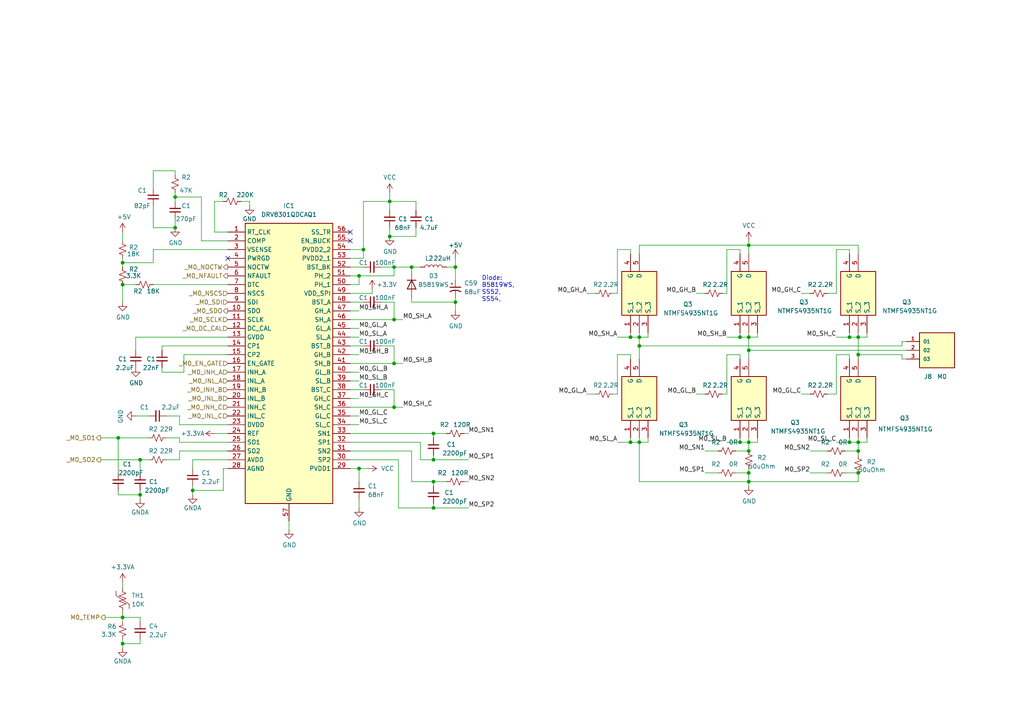
<source format=kicad_sch>
(kicad_sch (version 20230121) (generator eeschema)
  (paper "A4")
  (junction (at 35.56 179.07))
  (junction (at 217.17 139.7))
  (junction (at 217.17 71.12))
  (junction (at 248.92 128.27))
  (junction (at 185.42 100.33))
  (junction (at 104.14 80.01))
  (junction (at 113.03 68.58))
  (junction (at 125.73 125.73))
  (junction (at 217.17 137.16))
  (junction (at 246.38 97.79))
  (junction (at 35.56 82.55))
  (junction (at 105.41 72.39))
  (junction (at 119.38 77.47))
  (junction (at 125.73 133.35))
  (junction (at 248.92 137.16))
  (junction (at 185.42 97.79))
  (junction (at 125.73 147.32))
  (junction (at 125.73 139.7))
  (junction (at 214.63 97.79))
  (junction (at 35.56 76.2))
  (junction (at 182.88 97.79))
  (junction (at 214.63 128.27))
  (junction (at 246.38 128.27))
  (junction (at 104.14 135.89))
  (junction (at 132.08 87.63))
  (junction (at 113.03 58.42))
  (junction (at 248.92 102.87))
  (junction (at 248.92 97.79))
  (junction (at 50.8 57.15))
  (junction (at 40.64 143.51))
  (junction (at 114.3 77.47))
  (junction (at 114.3 92.71))
  (junction (at 40.64 133.35))
  (junction (at 217.17 101.6))
  (junction (at 248.92 130.81))
  (junction (at 132.08 77.47))
  (junction (at 55.88 142.24))
  (junction (at 182.88 128.27))
  (junction (at 35.56 186.69))
  (junction (at 217.17 97.79))
  (junction (at 50.8 66.04))
  (junction (at 114.3 118.11))
  (junction (at 114.3 105.41))
  (junction (at 217.17 130.81))
  (junction (at 185.42 128.27))
  (junction (at 34.29 127))
  (junction (at 217.17 128.27))
  (no_connect (at 66.04 74.93))
  (no_connect (at 101.6 67.31))
  (no_connect (at 101.6 69.85))
  (wire (pts (xy 48.26 127) (xy 52.07 127)))
  (wire (pts (xy 240.03 114.3) (xy 242.57 114.3)))
  (wire (pts (xy 217.17 140.97) (xy 217.17 139.7)))
  (wire (pts (xy 62.23 58.42) (xy 64.77 58.42)))
  (wire (pts (xy 185.42 96.52) (xy 185.42 97.79)))
  (wire (pts (xy 120.65 68.58) (xy 120.65 66.04)))
  (wire (pts (xy 182.88 96.52) (xy 182.88 97.79)))
  (wire (pts (xy 119.38 87.63) (xy 132.08 87.63)))
  (wire (pts (xy 248.92 128.27) (xy 248.92 130.81)))
  (wire (pts (xy 179.07 85.09) (xy 179.07 72.39)))
  (wire (pts (xy 113.03 58.42) (xy 120.65 58.42)))
  (wire (pts (xy 135.89 139.7) (xy 134.62 139.7)))
  (wire (pts (xy 52.07 123.19) (xy 66.04 123.19)))
  (wire (pts (xy 185.42 128.27) (xy 187.96 128.27)))
  (wire (pts (xy 35.56 67.31) (xy 35.56 69.85)))
  (wire (pts (xy 177.8 85.09) (xy 179.07 85.09)))
  (wire (pts (xy 242.57 85.09) (xy 242.57 72.39)))
  (wire (pts (xy 179.07 128.27) (xy 182.88 128.27)))
  (wire (pts (xy 104.14 110.49) (xy 101.6 110.49)))
  (wire (pts (xy 52.07 130.81) (xy 52.07 133.35)))
  (wire (pts (xy 113.03 68.58) (xy 120.65 68.58)))
  (wire (pts (xy 119.38 130.81) (xy 119.38 139.7)))
  (wire (pts (xy 58.42 57.15) (xy 58.42 69.85)))
  (wire (pts (xy 44.45 66.04) (xy 50.8 66.04)))
  (wire (pts (xy 55.88 135.89) (xy 55.88 133.35)))
  (wire (pts (xy 209.55 114.3) (xy 210.82 114.3)))
  (wire (pts (xy 185.42 128.27) (xy 185.42 139.7)))
  (wire (pts (xy 114.3 87.63) (xy 114.3 92.71)))
  (wire (pts (xy 113.03 58.42) (xy 105.41 58.42)))
  (wire (pts (xy 213.36 137.16) (xy 217.17 137.16)))
  (wire (pts (xy 105.41 58.42) (xy 105.41 72.39)))
  (wire (pts (xy 242.57 72.39) (xy 246.38 72.39)))
  (wire (pts (xy 248.92 127) (xy 248.92 128.27)))
  (wire (pts (xy 29.21 133.35) (xy 40.64 133.35)))
  (wire (pts (xy 115.57 133.35) (xy 115.57 147.32)))
  (wire (pts (xy 179.07 72.39) (xy 182.88 72.39)))
  (wire (pts (xy 101.6 87.63) (xy 105.41 87.63)))
  (wire (pts (xy 50.8 57.15) (xy 50.8 58.42)))
  (wire (pts (xy 29.21 127) (xy 34.29 127)))
  (wire (pts (xy 114.3 92.71) (xy 116.84 92.71)))
  (wire (pts (xy 104.14 115.57) (xy 101.6 115.57)))
  (wire (pts (xy 39.37 97.79) (xy 39.37 101.6)))
  (wire (pts (xy 101.6 135.89) (xy 104.14 135.89)))
  (wire (pts (xy 234.95 137.16) (xy 240.03 137.16)))
  (wire (pts (xy 104.14 95.25) (xy 101.6 95.25)))
  (wire (pts (xy 210.82 85.09) (xy 210.82 72.39)))
  (wire (pts (xy 110.49 77.47) (xy 114.3 77.47)))
  (wire (pts (xy 40.64 186.69) (xy 40.64 185.42)))
  (wire (pts (xy 217.17 97.79) (xy 217.17 101.6)))
  (wire (pts (xy 121.92 133.35) (xy 125.73 133.35)))
  (wire (pts (xy 217.17 137.16) (xy 217.17 139.7)))
  (wire (pts (xy 261.62 102.87) (xy 261.62 104.14)))
  (wire (pts (xy 72.39 58.42) (xy 72.39 59.69)))
  (wire (pts (xy 113.03 60.96) (xy 113.03 58.42)))
  (wire (pts (xy 101.6 133.35) (xy 115.57 133.35)))
  (wire (pts (xy 217.17 96.52) (xy 217.17 97.79)))
  (wire (pts (xy 55.88 140.97) (xy 55.88 142.24)))
  (wire (pts (xy 217.17 101.6) (xy 217.17 104.14)))
  (wire (pts (xy 125.73 147.32) (xy 125.73 146.05)))
  (wire (pts (xy 35.56 76.2) (xy 35.56 77.47)))
  (wire (pts (xy 58.42 69.85) (xy 66.04 69.85)))
  (wire (pts (xy 125.73 139.7) (xy 125.73 140.97)))
  (wire (pts (xy 35.56 179.07) (xy 35.56 177.8)))
  (wire (pts (xy 104.14 107.95) (xy 101.6 107.95)))
  (wire (pts (xy 55.88 142.24) (xy 55.88 143.51)))
  (wire (pts (xy 101.6 90.17) (xy 104.14 90.17)))
  (wire (pts (xy 248.92 102.87) (xy 261.62 102.87)))
  (wire (pts (xy 217.17 127) (xy 217.17 128.27)))
  (wire (pts (xy 209.55 85.09) (xy 210.82 85.09)))
  (wire (pts (xy 217.17 128.27) (xy 217.17 130.81)))
  (wire (pts (xy 217.17 128.27) (xy 219.71 128.27)))
  (wire (pts (xy 182.88 102.87) (xy 182.88 104.14)))
  (wire (pts (xy 201.93 85.09) (xy 204.47 85.09)))
  (wire (pts (xy 50.8 55.88) (xy 50.8 57.15)))
  (wire (pts (xy 105.41 74.93) (xy 105.41 72.39)))
  (wire (pts (xy 182.88 128.27) (xy 185.42 128.27)))
  (wire (pts (xy 35.56 187.96) (xy 35.56 186.69)))
  (wire (pts (xy 114.3 92.71) (xy 101.6 92.71)))
  (wire (pts (xy 104.14 135.89) (xy 106.68 135.89)))
  (wire (pts (xy 114.3 113.03) (xy 110.49 113.03)))
  (wire (pts (xy 30.48 179.07) (xy 35.56 179.07)))
  (wire (pts (xy 110.49 87.63) (xy 114.3 87.63)))
  (wire (pts (xy 214.63 72.39) (xy 214.63 73.66)))
  (wire (pts (xy 170.18 114.3) (xy 172.72 114.3)))
  (wire (pts (xy 104.14 80.01) (xy 114.3 80.01)))
  (wire (pts (xy 44.45 72.39) (xy 66.04 72.39)))
  (wire (pts (xy 217.17 71.12) (xy 248.92 71.12)))
  (wire (pts (xy 210.82 114.3) (xy 210.82 102.87)))
  (wire (pts (xy 64.77 135.89) (xy 66.04 135.89)))
  (wire (pts (xy 44.45 72.39) (xy 44.45 76.2)))
  (wire (pts (xy 232.41 85.09) (xy 234.95 85.09)))
  (wire (pts (xy 101.6 85.09) (xy 107.95 85.09)))
  (wire (pts (xy 119.38 77.47) (xy 121.92 77.47)))
  (wire (pts (xy 104.14 97.79) (xy 101.6 97.79)))
  (wire (pts (xy 134.62 125.73) (xy 135.89 125.73)))
  (wire (pts (xy 107.95 85.09) (xy 107.95 83.82)))
  (wire (pts (xy 185.42 71.12) (xy 217.17 71.12)))
  (wire (pts (xy 248.92 130.81) (xy 248.92 132.08)))
  (wire (pts (xy 214.63 128.27) (xy 217.17 128.27)))
  (wire (pts (xy 219.71 97.79) (xy 219.71 96.52)))
  (wire (pts (xy 242.57 102.87) (xy 246.38 102.87)))
  (wire (pts (xy 52.07 127) (xy 52.07 128.27)))
  (wire (pts (xy 217.17 97.79) (xy 219.71 97.79)))
  (wire (pts (xy 246.38 127) (xy 246.38 128.27)))
  (wire (pts (xy 113.03 66.04) (xy 113.03 68.58)))
  (wire (pts (xy 40.64 180.34) (xy 40.64 179.07)))
  (wire (pts (xy 240.03 85.09) (xy 242.57 85.09)))
  (wire (pts (xy 242.57 97.79) (xy 246.38 97.79)))
  (wire (pts (xy 219.71 128.27) (xy 219.71 127)))
  (wire (pts (xy 46.99 100.33) (xy 46.99 101.6)))
  (wire (pts (xy 46.99 107.95) (xy 46.99 106.68)))
  (wire (pts (xy 248.92 71.12) (xy 248.92 73.66)))
  (wire (pts (xy 170.18 85.09) (xy 172.72 85.09)))
  (wire (pts (xy 179.07 114.3) (xy 179.07 102.87)))
  (wire (pts (xy 104.14 120.65) (xy 101.6 120.65)))
  (wire (pts (xy 245.11 137.16) (xy 248.92 137.16)))
  (wire (pts (xy 246.38 102.87) (xy 246.38 104.14)))
  (wire (pts (xy 185.42 100.33) (xy 185.42 104.14)))
  (wire (pts (xy 251.46 128.27) (xy 251.46 127)))
  (wire (pts (xy 101.6 128.27) (xy 121.92 128.27)))
  (wire (pts (xy 101.6 118.11) (xy 114.3 118.11)))
  (wire (pts (xy 214.63 127) (xy 214.63 128.27)))
  (wire (pts (xy 187.96 97.79) (xy 187.96 96.52)))
  (wire (pts (xy 214.63 97.79) (xy 217.17 97.79)))
  (wire (pts (xy 182.88 127) (xy 182.88 128.27)))
  (wire (pts (xy 125.73 147.32) (xy 135.89 147.32)))
  (wire (pts (xy 55.88 142.24) (xy 64.77 142.24)))
  (wire (pts (xy 185.42 97.79) (xy 185.42 100.33)))
  (wire (pts (xy 179.07 97.79) (xy 182.88 97.79)))
  (wire (pts (xy 185.42 97.79) (xy 187.96 97.79)))
  (wire (pts (xy 40.64 137.16) (xy 40.64 133.35)))
  (wire (pts (xy 52.07 133.35) (xy 48.26 133.35)))
  (wire (pts (xy 261.62 100.33) (xy 261.62 99.06)))
  (wire (pts (xy 34.29 137.16) (xy 34.29 127)))
  (wire (pts (xy 40.64 143.51) (xy 40.64 144.78)))
  (wire (pts (xy 234.95 130.81) (xy 240.03 130.81)))
  (wire (pts (xy 248.92 102.87) (xy 248.92 104.14)))
  (wire (pts (xy 248.92 137.16) (xy 248.92 139.7)))
  (wire (pts (xy 34.29 143.51) (xy 40.64 143.51)))
  (wire (pts (xy 64.77 142.24) (xy 64.77 135.89)))
  (wire (pts (xy 248.92 97.79) (xy 251.46 97.79)))
  (wire (pts (xy 50.8 57.15) (xy 58.42 57.15)))
  (wire (pts (xy 35.56 179.07) (xy 40.64 179.07)))
  (wire (pts (xy 46.99 107.95) (xy 53.34 107.95)))
  (wire (pts (xy 104.14 82.55) (xy 101.6 82.55)))
  (wire (pts (xy 114.3 118.11) (xy 116.84 118.11)))
  (wire (pts (xy 232.41 114.3) (xy 234.95 114.3)))
  (wire (pts (xy 242.57 114.3) (xy 242.57 102.87)))
  (wire (pts (xy 101.6 130.81) (xy 119.38 130.81)))
  (wire (pts (xy 50.8 66.04) (xy 50.8 63.5)))
  (wire (pts (xy 35.56 82.55) (xy 35.56 87.63)))
  (wire (pts (xy 182.88 72.39) (xy 182.88 73.66)))
  (wire (pts (xy 245.11 130.81) (xy 248.92 130.81)))
  (wire (pts (xy 115.57 147.32) (xy 125.73 147.32)))
  (wire (pts (xy 125.73 133.35) (xy 135.89 133.35)))
  (wire (pts (xy 46.99 100.33) (xy 66.04 100.33)))
  (wire (pts (xy 261.62 104.14) (xy 262.89 104.14)))
  (wire (pts (xy 246.38 128.27) (xy 248.92 128.27)))
  (wire (pts (xy 35.56 186.69) (xy 40.64 186.69)))
  (wire (pts (xy 119.38 139.7) (xy 125.73 139.7)))
  (wire (pts (xy 44.45 76.2) (xy 35.56 76.2)))
  (wire (pts (xy 35.56 168.91) (xy 35.56 170.18)))
  (wire (pts (xy 185.42 127) (xy 185.42 128.27)))
  (wire (pts (xy 129.54 125.73) (xy 125.73 125.73)))
  (wire (pts (xy 44.45 59.69) (xy 44.45 66.04)))
  (wire (pts (xy 213.36 130.81) (xy 217.17 130.81)))
  (wire (pts (xy 201.93 114.3) (xy 204.47 114.3)))
  (wire (pts (xy 35.56 185.42) (xy 35.56 186.69)))
  (wire (pts (xy 125.73 125.73) (xy 125.73 127)))
  (wire (pts (xy 248.92 97.79) (xy 248.92 102.87)))
  (wire (pts (xy 210.82 102.87) (xy 214.63 102.87)))
  (wire (pts (xy 129.54 139.7) (xy 125.73 139.7)))
  (wire (pts (xy 217.17 135.89) (xy 217.17 137.16)))
  (wire (pts (xy 214.63 96.52) (xy 214.63 97.79)))
  (wire (pts (xy 101.6 74.93) (xy 105.41 74.93)))
  (wire (pts (xy 104.14 123.19) (xy 101.6 123.19)))
  (wire (pts (xy 121.92 128.27) (xy 121.92 133.35)))
  (wire (pts (xy 217.17 139.7) (xy 248.92 139.7)))
  (wire (pts (xy 177.8 114.3) (xy 179.07 114.3)))
  (wire (pts (xy 246.38 96.52) (xy 246.38 97.79)))
  (wire (pts (xy 261.62 99.06) (xy 262.89 99.06)))
  (wire (pts (xy 101.6 113.03) (xy 105.41 113.03)))
  (wire (pts (xy 210.82 128.27) (xy 214.63 128.27)))
  (wire (pts (xy 132.08 87.63) (xy 132.08 90.17)))
  (wire (pts (xy 101.6 72.39) (xy 105.41 72.39)))
  (wire (pts (xy 217.17 101.6) (xy 262.89 101.6)))
  (wire (pts (xy 104.14 135.89) (xy 104.14 139.7)))
  (wire (pts (xy 114.3 77.47) (xy 114.3 80.01)))
  (wire (pts (xy 39.37 97.79) (xy 66.04 97.79)))
  (wire (pts (xy 217.17 71.12) (xy 217.17 73.66)))
  (wire (pts (xy 248.92 128.27) (xy 251.46 128.27)))
  (wire (pts (xy 210.82 97.79) (xy 214.63 97.79)))
  (wire (pts (xy 110.49 100.33) (xy 114.3 100.33)))
  (wire (pts (xy 69.85 58.42) (xy 72.39 58.42)))
  (wire (pts (xy 114.3 118.11) (xy 114.3 113.03)))
  (wire (pts (xy 101.6 77.47) (xy 105.41 77.47)))
  (wire (pts (xy 53.34 107.95) (xy 53.34 102.87)))
  (wire (pts (xy 44.45 82.55) (xy 66.04 82.55)))
  (wire (pts (xy 101.6 100.33) (xy 105.41 100.33)))
  (wire (pts (xy 52.07 120.65) (xy 52.07 123.19)))
  (wire (pts (xy 114.3 100.33) (xy 114.3 105.41)))
  (wire (pts (xy 35.56 74.93) (xy 35.56 76.2)))
  (wire (pts (xy 104.14 144.78) (xy 104.14 147.32)))
  (wire (pts (xy 114.3 77.47) (xy 119.38 77.47)))
  (wire (pts (xy 185.42 139.7) (xy 217.17 139.7)))
  (wire (pts (xy 187.96 128.27) (xy 187.96 127)))
  (wire (pts (xy 48.26 120.65) (xy 52.07 120.65)))
  (wire (pts (xy 242.57 128.27) (xy 246.38 128.27)))
  (wire (pts (xy 35.56 180.34) (xy 35.56 179.07)))
  (wire (pts (xy 52.07 128.27) (xy 66.04 128.27)))
  (wire (pts (xy 35.56 82.55) (xy 39.37 82.55)))
  (wire (pts (xy 101.6 102.87) (xy 104.14 102.87)))
  (wire (pts (xy 129.54 77.47) (xy 132.08 77.47)))
  (wire (pts (xy 34.29 142.24) (xy 34.29 143.51)))
  (wire (pts (xy 62.23 67.31) (xy 66.04 67.31)))
  (wire (pts (xy 125.73 125.73) (xy 101.6 125.73)))
  (wire (pts (xy 40.64 142.24) (xy 40.64 143.51)))
  (wire (pts (xy 114.3 105.41) (xy 116.84 105.41)))
  (wire (pts (xy 132.08 74.93) (xy 132.08 77.47)))
  (wire (pts (xy 83.82 151.13) (xy 83.82 153.67)))
  (wire (pts (xy 125.73 133.35) (xy 125.73 132.08)))
  (wire (pts (xy 119.38 87.63) (xy 119.38 86.36)))
  (wire (pts (xy 101.6 80.01) (xy 104.14 80.01)))
  (wire (pts (xy 204.47 137.16) (xy 208.28 137.16)))
  (wire (pts (xy 246.38 97.79) (xy 248.92 97.79)))
  (wire (pts (xy 40.64 133.35) (xy 43.18 133.35)))
  (wire (pts (xy 55.88 133.35) (xy 66.04 133.35)))
  (wire (pts (xy 104.14 80.01) (xy 104.14 82.55)))
  (wire (pts (xy 44.45 49.53) (xy 50.8 49.53)))
  (wire (pts (xy 34.29 127) (xy 43.18 127)))
  (wire (pts (xy 44.45 54.61) (xy 44.45 49.53)))
  (wire (pts (xy 185.42 71.12) (xy 185.42 73.66)))
  (wire (pts (xy 62.23 125.73) (xy 66.04 125.73)))
  (wire (pts (xy 50.8 49.53) (xy 50.8 50.8)))
  (wire (pts (xy 210.82 72.39) (xy 214.63 72.39)))
  (wire (pts (xy 248.92 96.52) (xy 248.92 97.79)))
  (wire (pts (xy 114.3 105.41) (xy 101.6 105.41)))
  (wire (pts (xy 119.38 77.47) (xy 119.38 78.74)))
  (wire (pts (xy 214.63 102.87) (xy 214.63 104.14)))
  (wire (pts (xy 217.17 69.85) (xy 217.17 71.12)))
  (wire (pts (xy 185.42 100.33) (xy 261.62 100.33)))
  (wire (pts (xy 204.47 130.81) (xy 208.28 130.81)))
  (wire (pts (xy 246.38 72.39) (xy 246.38 73.66)))
  (wire (pts (xy 179.07 102.87) (xy 182.88 102.87)))
  (wire (pts (xy 62.23 67.31) (xy 62.23 58.42)))
  (wire (pts (xy 132.08 77.47) (xy 132.08 81.28)))
  (wire (pts (xy 53.34 102.87) (xy 66.04 102.87)))
  (wire (pts (xy 120.65 58.42) (xy 120.65 60.96)))
  (wire (pts (xy 251.46 97.79) (xy 251.46 96.52)))
  (wire (pts (xy 113.03 55.88) (xy 113.03 58.42)))
  (wire (pts (xy 132.08 87.63) (xy 132.08 86.36)))
  (wire (pts (xy 182.88 97.79) (xy 185.42 97.79)))
  (wire (pts (xy 39.37 120.65) (xy 43.18 120.65)))
  (wire (pts (xy 66.04 130.81) (xy 52.07 130.81)))
  (text "Diode:\nB5819WS,\nSS52,\nSS54," (at 139.7 87.63 0) (effects (font (size 1.27 1.27)) (justify left bottom)))
  (label "M0_GL_C" (at 104.14 120.65 0))
  (label "M0_GL_B" (at 104.14 107.95 0))
  (label "M0_SH_B" (at 210.82 97.79 180))
  (label "M0_GH_A" (at 170.18 85.09 180))
  (label "M0_GL_C" (at 232.41 114.3 180))
  (label "M0_GH_A" (at 104.14 90.17 0))
  (label "M0_SH_C" (at 242.57 97.79 180))
  (label "M0_SP2" (at 234.95 137.16 180))
  (label "M0_SP1" (at 135.89 133.35 0))
  (label "M0_SN2" (at 135.89 139.7 0))
  (label "M0_SL_A" (at 104.14 97.79 0))
  (label "M0_SH_B" (at 116.84 105.41 0))
  (label "M0_SL_B" (at 104.14 110.49 0))
  (label "M0_SH_A" (at 116.84 92.71 0))
  (label "M0_GH_C" (at 104.14 115.57 0))
  (label "M0_GL_B" (at 201.93 114.3 180))
  (label "M0_SL_C" (at 104.14 123.19 0))
  (label "M0_SN1" (at 204.47 130.81 180))
  (label "M0_GL_A" (at 104.14 95.25 0))
  (label "M0_GL_A" (at 170.18 114.3 180))
  (label "M0_SH_A" (at 179.07 97.79 180))
  (label "M0_SL_A" (at 179.07 128.27 180))
  (label "M0_SH_C" (at 116.84 118.11 0))
  (label "M0_SL_B" (at 210.82 128.27 180))
  (label "M0_SP2" (at 135.89 147.32 0))
  (label "M0_GH_C" (at 232.41 85.09 180))
  (label "M0_GH_B" (at 104.14 102.87 0))
  (label "M0_SP1" (at 204.47 137.16 180))
  (label "M0_SL_C" (at 242.57 128.27 180))
  (label "M0_SN1" (at 135.89 125.73 0))
  (label "M0_SN2" (at 234.95 130.81 180))
  (label "M0_GH_B" (at 201.93 85.09 180))
  (hierarchical_label "_M0_INH_A" (shape input) (at 66.04 107.95 180))
  (hierarchical_label "_M0_NOCTW" (shape output) (at 66.04 77.47 180))
  (hierarchical_label "_M0_INL_B" (shape input) (at 66.04 115.57 180))
  (hierarchical_label "_M0_INL_C" (shape input) (at 66.04 120.65 180))
  (hierarchical_label "_M0_NSCS" (shape input) (at 66.04 85.09 180))
  (hierarchical_label "M0_TEMP" (shape output) (at 30.48 179.07 180))
  (hierarchical_label "_M0_SCLK" (shape input) (at 66.04 92.71 180))
  (hierarchical_label "_M0_EN_GATE" (shape input) (at 66.04 105.41 180))
  (hierarchical_label "_M0_SO1" (shape output) (at 29.21 127 180))
  (hierarchical_label "_M0_NFAULT" (shape output) (at 66.04 80.01 180))
  (hierarchical_label "_M0_SDI" (shape input) (at 66.04 87.63 180))
  (hierarchical_label "_M0_INL_A" (shape input) (at 66.04 110.49 180))
  (hierarchical_label "_M0_DC_CAL" (shape input) (at 66.04 95.25 180))
  (hierarchical_label "_M0_SDO" (shape output) (at 66.04 90.17 180))
  (hierarchical_label "_M0_SO2" (shape output) (at 29.21 133.35 180))
  (hierarchical_label "_M0_INH_C" (shape input) (at 66.04 118.11 180))
  (hierarchical_label "_M0_INH_B" (shape input) (at 66.04 113.03 180))
  (symbol (lib_id "Device:R_Small_US") (at 210.82 137.16 90) (unit 1)
    (property "Reference" "R2" (at 207.645 134.62 90))
    (property "Value" "0R" (at 212.725 134.62 90))
    (property "Footprint" "Resistor_SMD:R_0603_1608Metric" (effects hide))
    (instances (project "MotorKit" (path "" (reference "R2") (unit 1)) (path "" (reference "R44") (unit 1)) (path "" (reference "R58") (unit 1))) (project "StepDriver" (path "" (reference "R5") (unit 1))))
  )
  (symbol (lib_id "Device:C_Small") (at 125.73 143.51 0) (unit 1)
    (property "Reference" "C1" (at 128.905 142.875 0) (effects (justify left)))
    (property "Value" "2200pF" (at 128.27 145.415 0) (effects (justify left)))
    (property "Footprint" "Capacitor_SMD:C_0603_1608Metric" (effects hide))
    (instances (project "MotorKit" (path "" (reference "C1") (unit 1)) (path "" (reference "C58") (unit 1)) (path "" (reference "C42") (unit 1))) (project "StepDriver" (path "" (reference "C2") (unit 1))))
  )
  (symbol (lib_id "Device:C_Small") (at 50.8 60.96 180) (unit 1)
    (property "Reference" "C1" (at 53.975 59.69 0))
    (property "Value" "270pF" (at 53.975 63.5 0))
    (property "Footprint" "Capacitor_SMD:C_0603_1608Metric" (effects hide))
    (instances (project "MotorKit" (path "" (reference "C1") (unit 1)) (path "" (reference "C48") (unit 1)) (path "" (reference "C32") (unit 1))) (project "StepDriver" (path "" (reference "C2") (unit 1))))
  )
  (symbol (lib_id "Device:C_Small") (at 107.95 87.63 90) (unit 1)
    (property "Reference" "C1" (at 105.41 86.36 90))
    (property "Value" "100nF" (at 111.76 86.36 90))
    (property "Footprint" "Capacitor_SMD:C_0603_1608Metric" (effects hide))
    (instances (project "MotorKit" (path "" (reference "C1") (unit 1)) (path "" (reference "C52") (unit 1)) (path "" (reference "C36") (unit 1))) (project "StepDriver" (path "" (reference "C2") (unit 1))))
  )
  (symbol (lib_id "power:GND") (at 113.03 68.58 0) (unit 1)
    (property "Reference" "#PWR048" (effects hide))
    (property "Value" "GND" (at 113.157 72.9742 0))
    (instances (project "MotorKit" (path "" (reference "#PWR048") (unit 1)) (path "" (reference "#PWR095") (unit 1)) (path "" (reference "#PWR088") (unit 1))) (project "StepDriver" (path "" (reference "#PWR018") (unit 1))))
  )
  (symbol (lib_id "Device:R_Small_US") (at 237.49 114.3 270) (unit 1)
    (property "Reference" "R2" (at 235.585 111.76 90))
    (property "Value" "2.2R" (at 239.395 111.76 90))
    (property "Footprint" "Resistor_SMD:R_0603_1608Metric" (effects hide))
    (instances (project "MotorKit" (path "" (reference "R2") (unit 1)) (path "" (reference "R52") (unit 1)) (path "" (reference "R41") (unit 1))) (project "StepDriver" (path "" (reference "R5") (unit 1))))
  )
  (symbol (lib_id "Device:R_Small_US") (at 242.57 137.16 90) (unit 1)
    (property "Reference" "R2" (at 239.395 134.62 90))
    (property "Value" "0R" (at 244.475 134.62 90))
    (property "Footprint" "Resistor_SMD:R_0603_1608Metric" (effects hide))
    (instances (project "MotorKit" (path "" (reference "R2") (unit 1)) (path "" (reference "R44") (unit 1)) (path "" (reference "R60") (unit 1))) (project "StepDriver" (path "" (reference "R5") (unit 1))))
  )
  (symbol (lib_id "3rd_MOSFET:NTMFS4935NT1G") (at 246.38 127 90) (unit 1)
    (property "Reference" "Q3" (at 260.985 121.285 90) (effects (justify right)))
    (property "Value" "NTMFS4935NT1G" (at 254.635 124.46 90) (effects (justify right)))
    (property "Footprint" "3rd_Package_DFN(TDSON):DFN-5_L6.0-W5.0_P1.27" (effects hide))
    (property "Datasheet" "https://www.onsemi.com/pub/Collateral/NTMFS4935N-D.PDF" (effects hide))
    (property "Manufacturer_Name" "onsemi" (effects hide))
    (property "Manufacturer_Part_Number" "NTMFS4935NT1G" (effects hide))
    (property "Mouser Part Number" "863-NTMFS4935NT1G" (effects hide))
    (property "Mouser Price/Stock" "https://www.mouser.co.uk/ProductDetail/onsemi/NTMFS4935NT1G?qs=PJJcWtbOkNUizxCQ16NP4Q%3D%3D" (effects hide))
    (property "Arrow Part Number" "NTMFS4935NT1G" (effects hide))
    (property "Arrow Price/Stock" "https://www.arrow.com/en/products/ntmfs4935nt1g/on-semiconductor" (effects hide))
    (instances (project "MotorKit" (path "" (reference "Q3") (unit 1)) (path "" (reference "Q14") (unit 1)) (path "" (reference "Q8") (unit 1))))
  )
  (symbol (lib_id "3rd_MOSFET:NTMFS4935NT1G") (at 214.63 127 90) (unit 1)
    (property "Reference" "Q3" (at 229.235 122.555 90) (effects (justify right)))
    (property "Value" "NTMFS4935NT1G" (at 223.52 125.095 90) (effects (justify right)))
    (property "Footprint" "3rd_Package_DFN(TDSON):DFN-5_L6.0-W5.0_P1.27" (effects hide))
    (property "Datasheet" "https://www.onsemi.com/pub/Collateral/NTMFS4935N-D.PDF" (effects hide))
    (property "Manufacturer_Name" "onsemi" (effects hide))
    (property "Manufacturer_Part_Number" "NTMFS4935NT1G" (effects hide))
    (property "Mouser Part Number" "863-NTMFS4935NT1G" (effects hide))
    (property "Mouser Price/Stock" "https://www.mouser.co.uk/ProductDetail/onsemi/NTMFS4935NT1G?qs=PJJcWtbOkNUizxCQ16NP4Q%3D%3D" (effects hide))
    (property "Arrow Part Number" "NTMFS4935NT1G" (effects hide))
    (property "Arrow Price/Stock" "https://www.arrow.com/en/products/ntmfs4935nt1g/on-semiconductor" (effects hide))
    (instances (project "MotorKit" (path "" (reference "Q3") (unit 1)) (path "" (reference "Q12") (unit 1)) (path "" (reference "Q6") (unit 1))))
  )
  (symbol (lib_id "Device:R_Small_US") (at 45.72 127 90) (unit 1)
    (property "Reference" "R2" (at 44.45 124.46 90))
    (property "Value" "22R" (at 48.26 124.46 90))
    (property "Footprint" "Resistor_SMD:R_0603_1608Metric" (effects hide))
    (instances (project "MotorKit" (path "" (reference "R2") (unit 1)) (path "" (reference "R40") (unit 1)) (path "" (reference "R29") (unit 1))) (project "StepDriver" (path "" (reference "R5") (unit 1))))
  )
  (symbol (lib_id "Device:R_Small_US") (at 207.01 114.3 270) (unit 1)
    (property "Reference" "R2" (at 205.105 111.76 90))
    (property "Value" "2.2R" (at 208.915 111.76 90))
    (property "Footprint" "Resistor_SMD:R_0603_1608Metric" (effects hide))
    (instances (project "MotorKit" (path "" (reference "R2") (unit 1)) (path "" (reference "R49") (unit 1)) (path "" (reference "R38") (unit 1))) (project "StepDriver" (path "" (reference "R5") (unit 1))))
  )
  (symbol (lib_id "Device:R_Small_US") (at 242.57 130.81 90) (unit 1)
    (property "Reference" "R2" (at 239.395 128.27 90))
    (property "Value" "0R" (at 244.475 128.27 90))
    (property "Footprint" "Resistor_SMD:R_0603_1608Metric" (effects hide))
    (instances (project "MotorKit" (path "" (reference "R2") (unit 1)) (path "" (reference "R44") (unit 1)) (path "" (reference "R59") (unit 1))) (project "StepDriver" (path "" (reference "R5") (unit 1))))
  )
  (symbol (lib_id "Device:C_Small") (at 44.45 57.15 180) (unit 1)
    (property "Reference" "C1" (at 41.275 55.245 0))
    (property "Value" "82pF" (at 41.275 59.69 0))
    (property "Footprint" "Capacitor_SMD:C_0603_1608Metric" (effects hide))
    (instances (project "MotorKit" (path "" (reference "C1") (unit 1)) (path "" (reference "C45") (unit 1)) (path "" (reference "C29") (unit 1))) (project "StepDriver" (path "" (reference "C2") (unit 1))))
  )
  (symbol (lib_id "power:GND") (at 217.17 140.97 0) (unit 1)
    (property "Reference" "#PWR048" (effects hide))
    (property "Value" "GND" (at 217.297 145.3642 0))
    (instances (project "MotorKit" (path "" (reference "#PWR048") (unit 1)) (path "" (reference "#PWR099") (unit 1)) (path "" (reference "#PWR092") (unit 1))) (project "StepDriver" (path "" (reference "#PWR018") (unit 1))))
  )
  (symbol (lib_id "power:+5V") (at 132.08 74.93 0) (unit 1)
    (property "Reference" "#PWR096" (effects hide))
    (property "Value" "+5V" (at 132.08 71.12 0))
    (instances (project "MotorKit" (path "" (reference "#PWR096") (unit 1)) (path "" (reference "#PWR089") (unit 1))))
  )
  (symbol (lib_id "power:GND") (at 72.39 59.69 0) (unit 1)
    (property "Reference" "#PWR048" (effects hide))
    (property "Value" "GND" (at 72.39 63.5 0))
    (instances (project "MotorKit" (path "" (reference "#PWR048") (unit 1)) (path "" (reference "#PWR089") (unit 1)) (path "" (reference "#PWR082") (unit 1))) (project "StepDriver" (path "" (reference "#PWR018") (unit 1))))
  )
  (symbol (lib_id "Device:R_Small_US") (at 175.26 114.3 270) (unit 1)
    (property "Reference" "R2" (at 173.355 111.76 90))
    (property "Value" "2.2R" (at 177.165 111.76 90))
    (property "Footprint" "Resistor_SMD:R_0603_1608Metric" (effects hide))
    (instances (project "MotorKit" (path "" (reference "R2") (unit 1)) (path "" (reference "R47") (unit 1)) (path "" (reference "R36") (unit 1))) (project "StepDriver" (path "" (reference "R5") (unit 1))))
  )
  (symbol (lib_id "3rd_Driver_Motor:DRV8301QDCAQ1") (at 83.82 102.87 0) (unit 1)
    (property "Reference" "IC1" (at 83.82 59.69 0))
    (property "Value" "DRV8301QDCAQ1" (at 83.82 62.23 0))
    (property "Footprint" "3rd_Package_SOP:HTSSOP-56_L14.0-W6.0_P0.5_DRV8301" (effects hide))
    (property "Datasheet" "https://www.ti.com/lit/gpn/drv8301-q1" (effects hide))
    (property "Height" "1.2" (effects hide))
    (property "Manufacturer_Name" "Texas Instruments" (effects hide))
    (property "Manufacturer_Part_Number" "DRV8301QDCAQ1" (effects hide))
    (property "Mouser Part Number" "595-DRV8301QDCAQ1" (effects hide))
    (property "Mouser Price/Stock" "https://www.mouser.co.uk/ProductDetail/Texas-Instruments/DRV8301QDCAQ1?qs=igp4D3uu33L0DO9HOyoudw%3D%3D" (effects hide))
    (property "Arrow Part Number" "DRV8301QDCAQ1" (effects hide))
    (property "Arrow Price/Stock" "https://www.arrow.com/en/products/drv8301qdcaq1/texas-instruments?region=nac" (effects hide))
    (instances (project "MotorKit" (path "" (reference "IC1") (unit 1)) (path "" (reference "IC2") (unit 1)) (path "" (reference "IC1") (unit 1))))
  )
  (symbol (lib_id "Device:C_Small") (at 107.95 77.47 90) (unit 1)
    (property "Reference" "C1" (at 105.41 76.2 90))
    (property "Value" "100nF" (at 111.76 76.2 90))
    (property "Footprint" "Capacitor_SMD:C_0603_1608Metric" (effects hide))
    (instances (project "MotorKit" (path "" (reference "C1") (unit 1)) (path "" (reference "C51") (unit 1)) (path "" (reference "C35") (unit 1))) (project "StepDriver" (path "" (reference "C2") (unit 1))))
  )
  (symbol (lib_id "power:GND") (at 83.82 153.67 0) (unit 1)
    (property "Reference" "#PWR048" (effects hide))
    (property "Value" "GND" (at 83.947 158.0642 0))
    (instances (project "MotorKit" (path "" (reference "#PWR048") (unit 1)) (path "" (reference "#PWR090") (unit 1)) (path "" (reference "#PWR083") (unit 1))) (project "StepDriver" (path "" (reference "#PWR018") (unit 1))))
  )
  (symbol (lib_id "power:+3.3VA") (at 62.23 125.73 90) (unit 1)
    (property "Reference" "#PWR075" (effects hide))
    (property "Value" "+3.3VA" (at 55.88 125.73 90))
    (instances (project "MotorKit" (path "" (reference "#PWR075") (unit 1)) (path "" (reference "#PWR088") (unit 1)) (path "" (reference "#PWR081") (unit 1))))
  )
  (symbol (lib_id "power:+3.3VA") (at 35.56 168.91 0) (unit 1)
    (property "Reference" "#PWR023" (effects hide))
    (property "Value" "+3.3VA" (at 35.56 164.465 0))
    (instances (project "MotorKit" (path "" (reference "#PWR023") (unit 1)) (path "" (reference "#PWR023") (unit 1)) (path "" (reference "#PWR081") (unit 1)) (path "" (reference "#PWR074") (unit 1))))
  )
  (symbol (lib_id "Device:C_Small") (at 107.95 113.03 90) (unit 1)
    (property "Reference" "C1" (at 105.41 111.76 90))
    (property "Value" "100nF" (at 111.76 111.76 90))
    (property "Footprint" "Capacitor_SMD:C_0603_1608Metric" (effects hide))
    (instances (project "MotorKit" (path "" (reference "C1") (unit 1)) (path "" (reference "C54") (unit 1)) (path "" (reference "C38") (unit 1))) (project "StepDriver" (path "" (reference "C2") (unit 1))))
  )
  (symbol (lib_id "Device:R_Small_US") (at 175.26 85.09 270) (unit 1)
    (property "Reference" "R2" (at 173.355 82.55 90))
    (property "Value" "2.2R" (at 177.165 82.55 90))
    (property "Footprint" "Resistor_SMD:R_0603_1608Metric" (effects hide))
    (instances (project "MotorKit" (path "" (reference "R2") (unit 1)) (path "" (reference "R46") (unit 1)) (path "" (reference "R35") (unit 1))) (project "StepDriver" (path "" (reference "R5") (unit 1))))
  )
  (symbol (lib_id "Device:R_Small_US") (at 35.56 182.88 0) (mirror y) (unit 1)
    (property "Reference" "R6" (at 33.8328 181.7116 0) (effects (justify left)))
    (property "Value" "3.3K" (at 33.8328 184.023 0) (effects (justify left)))
    (property "Footprint" "Resistor_SMD:R_0603_1608Metric" (effects hide))
    (instances (project "MotorKit" (path "" (reference "R6") (unit 1)) (path "" (reference "R6") (unit 1)) (path "" (reference "R38") (unit 1)) (path "" (reference "R27") (unit 1))) (project "StepDriver" (path "" (reference "R28") (unit 1))))
  )
  (symbol (lib_id "Device:C_Small") (at 34.29 139.7 0) (unit 1)
    (property "Reference" "C1" (at 35.56 134.62 0) (effects (justify left)))
    (property "Value" "2200pF" (at 34.29 137.16 0) (effects (justify left)))
    (property "Footprint" "Capacitor_SMD:C_0603_1608Metric" (effects hide))
    (instances (project "MotorKit" (path "" (reference "C1") (unit 1)) (path "" (reference "C9") (unit 1)) (path "" (reference "C25") (unit 1))) (project "StepDriver" (path "" (reference "C2") (unit 1))))
  )
  (symbol (lib_id "Device:C_Small") (at 120.65 63.5 180) (unit 1)
    (property "Reference" "C1" (at 124.46 63.5 0))
    (property "Value" "4.7uF" (at 124.46 66.04 0))
    (property "Footprint" "Capacitor_SMD:C_0603_1608Metric" (effects hide))
    (instances (project "MotorKit" (path "" (reference "C1") (unit 1)) (path "" (reference "C56") (unit 1)) (path "" (reference "C40") (unit 1))) (project "StepDriver" (path "" (reference "C2") (unit 1))))
  )
  (symbol (lib_id "power:GNDA") (at 35.56 187.96 0) (unit 1)
    (property "Reference" "#PWR069" (effects hide))
    (property "Value" "GNDA" (at 35.56 191.77 0))
    (instances (project "MotorKit" (path "" (reference "#PWR069") (unit 1)) (path "" (reference "#PWR069") (unit 1)) (path "" (reference "#PWR082") (unit 1)) (path "" (reference "#PWR075") (unit 1))))
  )
  (symbol (lib_id "3rd_MOSFET:NTMFS4935NT1G") (at 182.88 127 90) (unit 1)
    (property "Reference" "Q3" (at 196.85 123.19 90) (effects (justify right)))
    (property "Value" "NTMFS4935NT1G" (at 191.135 125.73 90) (effects (justify right)))
    (property "Footprint" "3rd_Package_DFN(TDSON):DFN-5_L6.0-W5.0_P1.27" (effects hide))
    (property "Datasheet" "https://www.onsemi.com/pub/Collateral/NTMFS4935N-D.PDF" (effects hide))
    (property "Manufacturer_Name" "onsemi" (effects hide))
    (property "Manufacturer_Part_Number" "NTMFS4935NT1G" (effects hide))
    (property "Mouser Part Number" "863-NTMFS4935NT1G" (effects hide))
    (property "Mouser Price/Stock" "https://www.mouser.co.uk/ProductDetail/onsemi/NTMFS4935NT1G?qs=PJJcWtbOkNUizxCQ16NP4Q%3D%3D" (effects hide))
    (property "Arrow Part Number" "NTMFS4935NT1G" (effects hide))
    (property "Arrow Price/Stock" "https://www.arrow.com/en/products/ntmfs4935nt1g/on-semiconductor" (effects hide))
    (instances (project "MotorKit" (path "" (reference "Q3") (unit 1)) (path "" (reference "Q10") (unit 1)) (path "" (reference "Q4") (unit 1))))
  )
  (symbol (lib_id "power:+5V") (at 35.56 67.31 0) (unit 1)
    (property "Reference" "#PWR011" (effects hide))
    (property "Value" "+5V" (at 35.941 62.9158 0))
    (instances (project "MotorKit" (path "" (reference "#PWR011") (unit 1)) (path "" (reference "#PWR079") (unit 1)) (path "" (reference "#PWR072") (unit 1))) (project "StepDriver" (path "" (reference "#PWR010") (unit 1))))
  )
  (symbol (lib_id "Device:R_Small_US") (at 41.91 82.55 90) (unit 1)
    (property "Reference" "R2" (at 40.005 84.455 90))
    (property "Value" "18K" (at 44.45 84.455 90))
    (property "Footprint" "Resistor_SMD:R_0603_1608Metric" (effects hide))
    (instances (project "MotorKit" (path "" (reference "R2") (unit 1)) (path "" (reference "R39") (unit 1)) (path "" (reference "R28") (unit 1))) (project "StepDriver" (path "" (reference "R5") (unit 1))))
  )
  (symbol (lib_id "power:GND") (at 104.14 147.32 0) (unit 1)
    (property "Reference" "#PWR048" (effects hide))
    (property "Value" "GND" (at 104.267 151.7142 0))
    (instances (project "MotorKit" (path "" (reference "#PWR048") (unit 1)) (path "" (reference "#PWR091") (unit 1)) (path "" (reference "#PWR084") (unit 1))) (project "StepDriver" (path "" (reference "#PWR018") (unit 1))))
  )
  (symbol (lib_id "Device:R_Small_US") (at 132.08 125.73 90) (unit 1)
    (property "Reference" "R2" (at 128.905 123.19 90))
    (property "Value" "120R" (at 133.985 123.19 90))
    (property "Footprint" "Resistor_SMD:R_0603_1608Metric" (effects hide))
    (instances (project "MotorKit" (path "" (reference "R2") (unit 1)) (path "" (reference "R44") (unit 1)) (path "" (reference "R33") (unit 1))) (project "StepDriver" (path "" (reference "R5") (unit 1))))
  )
  (symbol (lib_id "Device:R_Small_US") (at 237.49 85.09 270) (unit 1)
    (property "Reference" "R2" (at 235.585 82.55 90))
    (property "Value" "2.2R" (at 239.395 82.55 90))
    (property "Footprint" "Resistor_SMD:R_0603_1608Metric" (effects hide))
    (instances (project "MotorKit" (path "" (reference "R2") (unit 1)) (path "" (reference "R51") (unit 1)) (path "" (reference "R40") (unit 1))) (project "StepDriver" (path "" (reference "R5") (unit 1))))
  )
  (symbol (lib_id "Device:R_Small_US") (at 217.17 133.35 0) (unit 1)
    (property "Reference" "R2" (at 220.98 132.715 0))
    (property "Value" "50uOhm" (at 220.98 135.255 0))
    (property "Footprint" "Resistor_SMD:R_2512_6332Metric" (effects hide))
    (instances (project "MotorKit" (path "" (reference "R2") (unit 1)) (path "" (reference "R50") (unit 1)) (path "" (reference "R39") (unit 1))) (project "StepDriver" (path "" (reference "R5") (unit 1))))
  )
  (symbol (lib_id "3rd_MOSFET:NTMFS4935NT1G") (at 214.63 96.52 90) (unit 1)
    (property "Reference" "Q3" (at 231.775 87.63 90) (effects (justify right)))
    (property "Value" "NTMFS4935NT1G" (at 225.425 90.17 90) (effects (justify right)))
    (property "Footprint" "3rd_Package_DFN(TDSON):DFN-5_L6.0-W5.0_P1.27" (effects hide))
    (property "Datasheet" "https://www.onsemi.com/pub/Collateral/NTMFS4935N-D.PDF" (effects hide))
    (property "Manufacturer_Name" "onsemi" (effects hide))
    (property "Manufacturer_Part_Number" "NTMFS4935NT1G" (effects hide))
    (property "Mouser Part Number" "863-NTMFS4935NT1G" (effects hide))
    (property "Mouser Price/Stock" "https://www.mouser.co.uk/ProductDetail/onsemi/NTMFS4935NT1G?qs=PJJcWtbOkNUizxCQ16NP4Q%3D%3D" (effects hide))
    (property "Arrow Part Number" "NTMFS4935NT1G" (effects hide))
    (property "Arrow Price/Stock" "https://www.arrow.com/en/products/ntmfs4935nt1g/on-semiconductor" (effects hide))
    (instances (project "MotorKit" (path "" (reference "Q3") (unit 1)) (path "" (reference "Q11") (unit 1)) (path "" (reference "Q5") (unit 1))))
  )
  (symbol (lib_id "Device:C_Polarized_Small_US") (at 132.08 83.82 0) (unit 1)
    (property "Reference" "C59" (at 134.62 82.1181 0) (effects (justify left)))
    (property "Value" "68uF" (at 134.62 84.6581 0) (effects (justify left)))
    (property "Footprint" "Capacitor_Tantalum_SMD:CP_EIA-3528-21_Kemet-B" (effects hide))
    (instances (project "MotorKit" (path "" (reference "C59") (unit 1)) (path "" (reference "C43") (unit 1))))
  )
  (symbol (lib_id "Device:C_Small") (at 107.95 100.33 90) (unit 1)
    (property "Reference" "C1" (at 105.41 99.06 90))
    (property "Value" "100nF" (at 111.76 99.06 90))
    (property "Footprint" "Capacitor_SMD:C_0603_1608Metric" (effects hide))
    (instances (project "MotorKit" (path "" (reference "C1") (unit 1)) (path "" (reference "C53") (unit 1)) (path "" (reference "C37") (unit 1))) (project "StepDriver" (path "" (reference "C2") (unit 1))))
  )
  (symbol (lib_id "3rd_MOSFET:NTMFS4935NT1G") (at 246.38 96.52 90) (unit 1)
    (property "Reference" "Q3" (at 261.62 87.63 90) (effects (justify right)))
    (property "Value" "NTMFS4935NT1G" (at 255.905 90.17 90) (effects (justify right)))
    (property "Footprint" "3rd_Package_DFN(TDSON):DFN-5_L6.0-W5.0_P1.27" (effects hide))
    (property "Datasheet" "https://www.onsemi.com/pub/Collateral/NTMFS4935N-D.PDF" (effects hide))
    (property "Manufacturer_Name" "onsemi" (effects hide))
    (property "Manufacturer_Part_Number" "NTMFS4935NT1G" (effects hide))
    (property "Mouser Part Number" "863-NTMFS4935NT1G" (effects hide))
    (property "Mouser Price/Stock" "https://www.mouser.co.uk/ProductDetail/onsemi/NTMFS4935NT1G?qs=PJJcWtbOkNUizxCQ16NP4Q%3D%3D" (effects hide))
    (property "Arrow Part Number" "NTMFS4935NT1G" (effects hide))
    (property "Arrow Price/Stock" "https://www.arrow.com/en/products/ntmfs4935nt1g/on-semiconductor" (effects hide))
    (instances (project "MotorKit" (path "" (reference "Q3") (unit 1)) (path "" (reference "Q13") (unit 1)) (path "" (reference "Q7") (unit 1))))
  )
  (symbol (lib_id "Device:L") (at 125.73 77.47 90) (unit 1)
    (property "Reference" "L2" (at 124.46 74.93 90))
    (property "Value" "22uH" (at 128.27 74.93 90))
    (property "Footprint" "Inductor_SMD_Wurth:L_Wurth_WE-LQSH-4020" (effects hide))
    (instances (project "MotorKit" (path "" (reference "L2") (unit 1)) (path "" (reference "L1") (unit 1))) (project "StepDriver" (path "" (reference "L1") (unit 1))))
  )
  (symbol (lib_id "Device:C_Small") (at 113.03 63.5 180) (unit 1)
    (property "Reference" "C1" (at 116.84 63.5 0))
    (property "Value" "68nF" (at 116.84 66.04 0))
    (property "Footprint" "Capacitor_SMD:C_0603_1608Metric" (effects hide))
    (instances (project "MotorKit" (path "" (reference "C1") (unit 1)) (path "" (reference "C55") (unit 1)) (path "" (reference "C39") (unit 1))) (project "StepDriver" (path "" (reference "C2") (unit 1))))
  )
  (symbol (lib_id "power:GNDA") (at 55.88 143.51 0) (unit 1)
    (property "Reference" "#PWR071" (effects hide))
    (property "Value" "GNDA" (at 55.88 147.32 0))
    (instances (project "MotorKit" (path "" (reference "#PWR071") (unit 1)) (path "" (reference "#PWR087") (unit 1)) (path "" (reference "#PWR080") (unit 1))))
  )
  (symbol (lib_id "Device:R_Small_US") (at 35.56 72.39 180) (unit 1)
    (property "Reference" "R2" (at 38.735 71.755 0))
    (property "Value" "18K" (at 38.735 73.66 0))
    (property "Footprint" "Resistor_SMD:R_0603_1608Metric" (effects hide))
    (instances (project "MotorKit" (path "" (reference "R2") (unit 1)) (path "" (reference "R36") (unit 1)) (path "" (reference "R25") (unit 1))) (project "StepDriver" (path "" (reference "R5") (unit 1))))
  )
  (symbol (lib_id "Device:C_Small") (at 125.73 129.54 0) (unit 1)
    (property "Reference" "C1" (at 129.54 128.905 0) (effects (justify left)))
    (property "Value" "2200pF" (at 128.27 131.445 0) (effects (justify left)))
    (property "Footprint" "Capacitor_SMD:C_0603_1608Metric" (effects hide))
    (instances (project "MotorKit" (path "" (reference "C1") (unit 1)) (path "" (reference "C57") (unit 1)) (path "" (reference "C41") (unit 1))) (project "StepDriver" (path "" (reference "C2") (unit 1))))
  )
  (symbol (lib_id "3rd_Connector_Generic:CONN_1x3P") (at 271.78 101.6 0) (unit 1)
    (property "Reference" "J8" (at 267.97 109.22 0) (effects (justify left)))
    (property "Value" "M0" (at 271.78 109.22 0) (effects (justify left)))
    (property "Footprint" "3rd_Connector_AMASS:AMASS-SMD_1x3P-P3.5-H_MR30-FB" (effects hide))
    (property "MANUFACTURER" "SAMTEC" (effects hide))
    (instances (project "MotorKit" (path "" (reference "J8") (unit 1)) (path "" (reference "J11") (unit 1))))
  )
  (symbol (lib_id "power:GND") (at 35.56 87.63 0) (unit 1)
    (property "Reference" "#PWR048" (effects hide))
    (property "Value" "GND" (at 35.687 92.0242 0))
    (instances (project "MotorKit" (path "" (reference "#PWR048") (unit 1)) (path "" (reference "#PWR080") (unit 1)) (path "" (reference "#PWR073") (unit 1))) (project "StepDriver" (path "" (reference "#PWR018") (unit 1))))
  )
  (symbol (lib_id "power:VCC") (at 113.03 55.88 0) (unit 1)
    (property "Reference" "#PWR027" (effects hide))
    (property "Value" "VCC" (at 111.125 51.435 0) (effects (justify left)))
    (instances (project "MotorKit" (path "" (reference "#PWR027") (unit 1)) (path "" (reference "#PWR094") (unit 1)) (path "" (reference "#PWR087") (unit 1))) (project "StepDriver" (path "" (reference "#PWR037") (unit 1))))
  )
  (symbol (lib_id "power:+3.3V") (at 107.95 83.82 0) (unit 1)
    (property "Reference" "#PWR058" (effects hide))
    (property "Value" "+3.3V" (at 109.22 82.55 0) (effects (justify left)))
    (instances (project "MotorKit" (path "" (reference "#PWR058") (unit 1)) (path "" (reference "#PWR093") (unit 1)) (path "" (reference "#PWR086") (unit 1))) (project "StepDriver" (path "" (reference "#PWR012") (unit 1))))
  )
  (symbol (lib_id "3rd_MOSFET:NTMFS4935NT1G") (at 182.88 96.52 90) (unit 1)
    (property "Reference" "Q3" (at 198.12 88.265 90) (effects (justify right)))
    (property "Value" "NTMFS4935NT1G" (at 192.405 90.805 90) (effects (justify right)))
    (property "Footprint" "3rd_Package_DFN(TDSON):DFN-5_L6.0-W5.0_P1.27" (effects hide))
    (property "Datasheet" "https://www.onsemi.com/pub/Collateral/NTMFS4935N-D.PDF" (effects hide))
    (property "Manufacturer_Name" "onsemi" (effects hide))
    (property "Manufacturer_Part_Number" "NTMFS4935NT1G" (effects hide))
    (property "Mouser Part Number" "863-NTMFS4935NT1G" (effects hide))
    (property "Mouser Price/Stock" "https://www.mouser.co.uk/ProductDetail/onsemi/NTMFS4935NT1G?qs=PJJcWtbOkNUizxCQ16NP4Q%3D%3D" (effects hide))
    (property "Arrow Part Number" "NTMFS4935NT1G" (effects hide))
    (property "Arrow Price/Stock" "https://www.arrow.com/en/products/ntmfs4935nt1g/on-semiconductor" (effects hide))
    (instances (project "MotorKit" (path "" (reference "Q3") (unit 1)) (path "" (reference "Q9") (unit 1)) (path "" (reference "Q3") (unit 1))))
  )
  (symbol (lib_id "power:GND") (at 39.37 106.68 0) (unit 1)
    (property "Reference" "#PWR048" (effects hide))
    (property "Value" "GND" (at 39.497 111.0742 0))
    (instances (project "MotorKit" (path "" (reference "#PWR048") (unit 1)) (path "" (reference "#PWR083") (unit 1)) (path "" (reference "#PWR076") (unit 1))) (project "StepDriver" (path "" (reference "#PWR018") (unit 1))))
  )
  (symbol (lib_id "Device:R_Small_US") (at 67.31 58.42 270) (unit 1)
    (property "Reference" "R2" (at 64.77 56.515 90))
    (property "Value" "220K" (at 71.12 56.515 90))
    (property "Footprint" "Resistor_SMD:R_0603_1608Metric" (effects hide))
    (instances (project "MotorKit" (path "" (reference "R2") (unit 1)) (path "" (reference "R43") (unit 1)) (path "" (reference "R32") (unit 1))) (project "StepDriver" (path "" (reference "R5") (unit 1))))
  )
  (symbol (lib_id "power:GND") (at 50.8 66.04 0) (unit 1)
    (property "Reference" "#PWR048" (effects hide))
    (property "Value" "GND" (at 50.927 70.4342 0))
    (instances (project "MotorKit" (path "" (reference "#PWR048") (unit 1)) (path "" (reference "#PWR086") (unit 1)) (path "" (reference "#PWR079") (unit 1))) (project "StepDriver" (path "" (reference "#PWR018") (unit 1))))
  )
  (symbol (lib_id "Device:C_Small") (at 55.88 138.43 0) (unit 1)
    (property "Reference" "C1" (at 58.42 137.1662 0) (effects (justify left)))
    (property "Value" "2.2uF" (at 58.42 139.7062 0) (effects (justify left)))
    (property "Footprint" "Capacitor_SMD:C_0603_1608Metric" (effects hide))
    (instances (project "MotorKit" (path "" (reference "C1") (unit 1)) (path "" (reference "C49") (unit 1)) (path "" (reference "C33") (unit 1))) (project "StepDriver" (path "" (reference "C2") (unit 1))))
  )
  (symbol (lib_id "Device:R_Small_US") (at 248.92 134.62 0) (unit 1)
    (property "Reference" "R2" (at 252.73 133.985 0))
    (property "Value" "50uOhm" (at 252.857 136.271 0))
    (property "Footprint" "Resistor_SMD:R_2512_6332Metric" (effects hide))
    (instances (project "MotorKit" (path "" (reference "R2") (unit 1)) (path "" (reference "R53") (unit 1)) (path "" (reference "R42") (unit 1))) (project "StepDriver" (path "" (reference "R5") (unit 1))))
  )
  (symbol (lib_id "Device:R_Small_US") (at 132.08 139.7 90) (unit 1)
    (property "Reference" "R2" (at 128.27 137.16 90))
    (property "Value" "120R" (at 133.35 137.16 90))
    (property "Footprint" "Resistor_SMD:R_0603_1608Metric" (effects hide))
    (instances (project "MotorKit" (path "" (reference "R2") (unit 1)) (path "" (reference "R45") (unit 1)) (path "" (reference "R34") (unit 1))) (project "StepDriver" (path "" (reference "R5") (unit 1))))
  )
  (symbol (lib_id "power:GND") (at 39.37 120.65 270) (unit 1)
    (property "Reference" "#PWR048" (effects hide))
    (property "Value" "GND" (at 34.9758 120.777 0))
    (instances (project "MotorKit" (path "" (reference "#PWR048") (unit 1)) (path "" (reference "#PWR084") (unit 1)) (path "" (reference "#PWR077") (unit 1))) (project "StepDriver" (path "" (reference "#PWR018") (unit 1))))
  )
  (symbol (lib_id "Device:R_Small_US") (at 210.82 130.81 90) (unit 1)
    (property "Reference" "R2" (at 207.645 128.27 90))
    (property "Value" "0R" (at 212.725 128.27 90))
    (property "Footprint" "Resistor_SMD:R_0603_1608Metric" (effects hide))
    (instances (project "MotorKit" (path "" (reference "R2") (unit 1)) (path "" (reference "R44") (unit 1)) (path "" (reference "R57") (unit 1))) (project "StepDriver" (path "" (reference "R5") (unit 1))))
  )
  (symbol (lib_id "Device:R_Small_US") (at 35.56 80.01 180) (unit 1)
    (property "Reference" "R2" (at 38.735 78.105 0))
    (property "Value" "3.3K" (at 38.735 80.01 0))
    (property "Footprint" "Resistor_SMD:R_0603_1608Metric" (effects hide))
    (instances (project "MotorKit" (path "" (reference "R2") (unit 1)) (path "" (reference "R37") (unit 1)) (path "" (reference "R26") (unit 1))) (project "StepDriver" (path "" (reference "R5") (unit 1))))
  )
  (symbol (lib_id "Device:R_Small_US") (at 50.8 53.34 180) (unit 1)
    (property "Reference" "R2" (at 53.975 51.435 0))
    (property "Value" "47K" (at 53.975 55.245 0))
    (property "Footprint" "Resistor_SMD:R_0603_1608Metric" (effects hide))
    (instances (project "MotorKit" (path "" (reference "R2") (unit 1)) (path "" (reference "R42") (unit 1)) (path "" (reference "R31") (unit 1))) (project "StepDriver" (path "" (reference "R5") (unit 1))))
  )
  (symbol (lib_id "Device:R_Small_US") (at 207.01 85.09 270) (unit 1)
    (property "Reference" "R2" (at 205.105 82.55 90))
    (property "Value" "2.2R" (at 208.915 82.55 90))
    (property "Footprint" "Resistor_SMD:R_0603_1608Metric" (effects hide))
    (instances (project "MotorKit" (path "" (reference "R2") (unit 1)) (path "" (reference "R48") (unit 1)) (path "" (reference "R37") (unit 1))) (project "StepDriver" (path "" (reference "R5") (unit 1))))
  )
  (symbol (lib_id "Diode:1N914") (at 119.38 82.55 270) (unit 1)
    (property "Reference" "D3" (at 125.73 80.01 90))
    (property "Value" "B5819WS" (at 125.73 82.55 90))
    (property "Footprint" "Diode_SMD:D_0805_2012Metric" (effects hide))
    (property "Datasheet" "http://www.vishay.com/docs/85622/1n914.pdf" (effects hide))
    (property "Sim.Device" "D" (effects hide))
    (property "Sim.Pins" "1=K 2=A" (effects hide))
    (instances (project "MotorKit" (path "" (reference "D3") (unit 1)) (path "" (reference "D6") (unit 1))) (project "StepDriver" (path "" (reference "D2") (unit 1))))
  )
  (symbol (lib_id "Device:Thermistor_US") (at 35.56 173.99 0) (unit 1)
    (property "Reference" "TH1" (at 38.1 172.7199 0) (effects (justify left)))
    (property "Value" "10K" (at 38.1 175.2599 0) (effects (justify left)))
    (property "Footprint" "Resistor_SMD:R_0603_1608Metric" (effects hide))
    (instances (project "MotorKit" (path "" (reference "TH1") (unit 1)) (path "" (reference "TH1") (unit 1)) (path "" (reference "TH2") (unit 1)) (path "" (reference "NTC1") (unit 1))))
  )
  (symbol (lib_id "power:GNDA") (at 40.64 144.78 0) (unit 1)
    (property "Reference" "#PWR071" (effects hide))
    (property "Value" "GNDA" (at 40.64 148.59 0))
    (instances (project "MotorKit" (path "" (reference "#PWR071") (unit 1)) (path "" (reference "#PWR085") (unit 1)) (path "" (reference "#PWR078") (unit 1))))
  )
  (symbol (lib_id "Device:C_Small") (at 39.37 104.14 180) (unit 1)
    (property "Reference" "C1" (at 35.56 104.14 0))
    (property "Value" "2.2uF" (at 36.195 106.68 0))
    (property "Footprint" "Capacitor_SMD:C_0603_1608Metric" (effects hide))
    (instances (project "MotorKit" (path "" (reference "C1") (unit 1)) (path "" (reference "C11") (unit 1)) (path "" (reference "C26") (unit 1))) (project "StepDriver" (path "" (reference "C2") (unit 1))))
  )
  (symbol (lib_id "Device:C_Small") (at 40.64 182.88 0) (unit 1)
    (property "Reference" "C4" (at 43.18 181.6162 0) (effects (justify left)))
    (property "Value" "2.2uF" (at 43.18 184.1562 0) (effects (justify left)))
    (property "Footprint" "Capacitor_SMD:C_0603_1608Metric" (effects hide))
    (instances (project "MotorKit" (path "" (reference "C4") (unit 1)) (path "" (reference "C4") (unit 1)) (path "" (reference "C44") (unit 1)) (path "" (reference "C28") (unit 1))) (project "StepDriver" (path "" (reference "C11") (unit 1))))
  )
  (symbol (lib_id "Device:C_Small") (at 46.99 104.14 0) (unit 1)
    (property "Reference" "C1" (at 43.815 104.14 0))
    (property "Value" "22nF" (at 43.815 106.68 0))
    (property "Footprint" "Capacitor_SMD:C_0603_1608Metric" (effects hide))
    (instances (project "MotorKit" (path "" (reference "C1") (unit 1)) (path "" (reference "C47") (unit 1)) (path "" (reference "C31") (unit 1))) (project "StepDriver" (path "" (reference "C2") (unit 1))))
  )
  (symbol (lib_id "Device:R_Small_US") (at 45.72 133.35 90) (unit 1)
    (property "Reference" "R2" (at 44.45 130.81 90))
    (property "Value" "22R" (at 48.26 130.81 90))
    (property "Footprint" "Resistor_SMD:R_0603_1608Metric" (effects hide))
    (instances (project "MotorKit" (path "" (reference "R2") (unit 1)) (path "" (reference "R41") (unit 1)) (path "" (reference "R30") (unit 1))) (project "StepDriver" (path "" (reference "R5") (unit 1))))
  )
  (symbol (lib_id "Device:C_Small") (at 40.64 139.7 0) (unit 1)
    (property "Reference" "C1" (at 43.18 139.7 0) (effects (justify left)))
    (property "Value" "2200pF" (at 41.91 142.24 0) (effects (justify left)))
    (property "Footprint" "Capacitor_SMD:C_0603_1608Metric" (effects hide))
    (instances (project "MotorKit" (path "" (reference "C1") (unit 1)) (path "" (reference "C43") (unit 1)) (path "" (reference "C27") (unit 1))) (project "StepDriver" (path "" (reference "C2") (unit 1))))
  )
  (symbol (lib_id "Device:C_Small") (at 104.14 142.24 0) (unit 1)
    (property "Reference" "C1" (at 106.68 140.9762 0) (effects (justify left)))
    (property "Value" "68nF" (at 106.68 143.5162 0) (effects (justify left)))
    (property "Footprint" "Capacitor_SMD:C_0603_1608Metric" (effects hide))
    (instances (project "MotorKit" (path "" (reference "C1") (unit 1)) (path "" (reference "C50") (unit 1)) (path "" (reference "C34") (unit 1))) (project "StepDriver" (path "" (reference "C2") (unit 1))))
  )
  (symbol (lib_id "power:GND") (at 132.08 90.17 0) (unit 1)
    (property "Reference" "#PWR048" (effects hide))
    (property "Value" "GND" (at 132.207 94.5642 0))
    (instances (project "MotorKit" (path "" (reference "#PWR048") (unit 1)) (path "" (reference "#PWR097") (unit 1)) (path "" (reference "#PWR090") (unit 1))) (project "StepDriver" (path "" (reference "#PWR018") (unit 1))))
  )
  (symbol (lib_id "Device:C_Small") (at 45.72 120.65 270) (unit 1)
    (property "Reference" "C1" (at 41.91 118.11 90))
    (property "Value" "2.2uF" (at 49.53 118.11 90))
    (property "Footprint" "Capacitor_SMD:C_0603_1608Metric" (effects hide))
    (instances (project "MotorKit" (path "" (reference "C1") (unit 1)) (path "" (reference "C46") (unit 1)) (path "" (reference "C30") (unit 1))) (project "StepDriver" (path "" (reference "C2") (unit 1))))
  )
  (symbol (lib_id "power:VCC") (at 106.68 135.89 270) (unit 1)
    (property "Reference" "#PWR027" (effects hide))
    (property "Value" "VCC" (at 110.49 135.89 90) (effects (justify left)))
    (instances (project "MotorKit" (path "" (reference "#PWR027") (unit 1)) (path "" (reference "#PWR092") (unit 1)) (path "" (reference "#PWR085") (unit 1))) (project "StepDriver" (path "" (reference "#PWR037") (unit 1))))
  )
  (symbol (lib_id "power:VCC") (at 217.17 69.85 0) (unit 1)
    (property "Reference" "#PWR027" (effects hide))
    (property "Value" "VCC" (at 215.265 65.405 0) (effects (justify left)))
    (instances (project "MotorKit" (path "" (reference "#PWR027") (unit 1)) (path "" (reference "#PWR098") (unit 1)) (path "" (reference "#PWR091") (unit 1))) (project "StepDriver" (path "" (reference "#PWR037") (unit 1))))
  )
)
</source>
